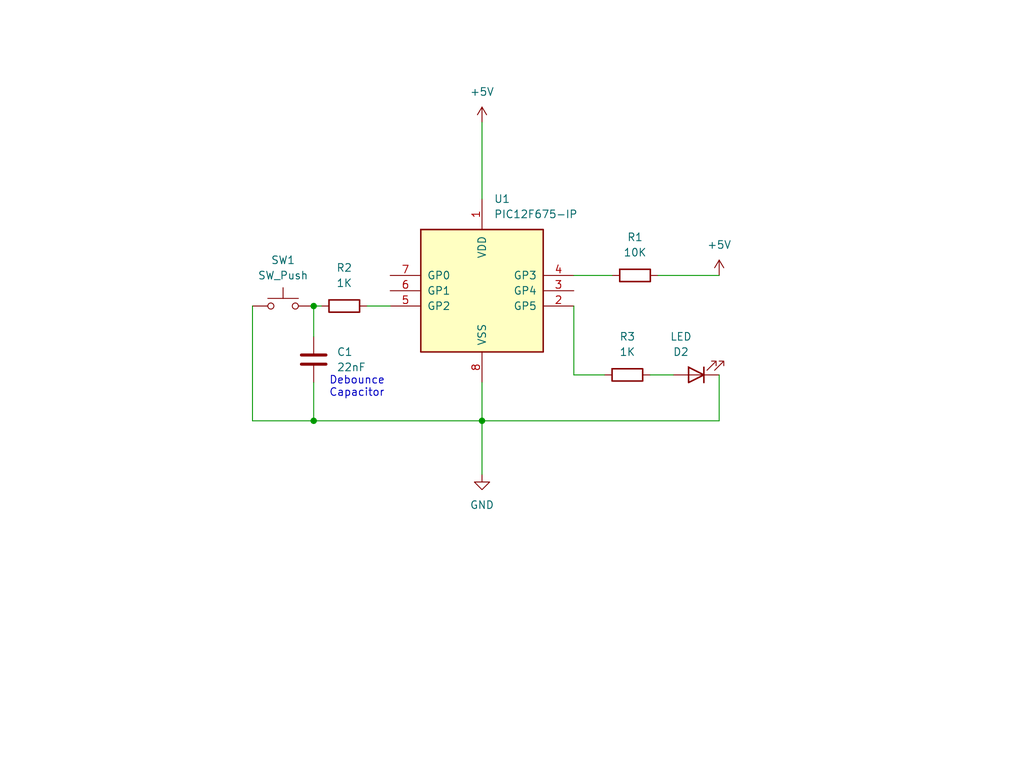
<source format=kicad_sch>
(kicad_sch (version 20230121) (generator eeschema)
  (paper "User" 170.002 129.997)
  (title_block (title "PIC12F675 for Beginners - 1") (company "Ricardo Lima Caratti") (comment 1 "A minimalist project with PIC12F675 push button and interrupt setup. "))
  (lib_symbols
    (symbol "Device:C" (pin_numbers hide) (pin_names (offset 0.254))
      (property "Reference" "C" (at 0.635 2.54 0))
      (property "Value" "C" (at 0.635 -2.54 0))
      (symbol "C_0_1"
        (polyline (pts (xy -2.032 -0.762) (xy 2.032 -0.762)) (stroke (width 0.508)))
        (polyline (pts (xy -2.032 0.762) (xy 2.032 0.762)) (stroke (width 0.508)))
      )
      (symbol "C_1_1"
        (pin passive line (at 0 3.81 270) (length 2.794) (name "~") (number "1"))
        (pin passive line (at 0 -3.81 90) (length 2.794) (name "~") (number "2"))
      )
    )
    (symbol "Device:LED" (pin_numbers hide) (pin_names (offset 1.016) hide)
      (property "Reference" "D" (at 0 2.54 0))
      (property "Value" "LED" (at 0 -2.54 0))
      (symbol "LED_0_1"
        (polyline (pts (xy -1.27 -1.27) (xy -1.27 1.27)) (stroke (width 0.254)))
        (polyline (pts (xy -1.27 0) (xy 1.27 0)))
        (polyline (pts (xy 1.27 -1.27) (xy 1.27 1.27) (xy -1.27 0) (xy 1.27 -1.27)) (stroke (width 0.254)))
        (polyline (pts (xy -3.048 -0.762) (xy -4.572 -2.286) (xy -3.81 -2.286) (xy -4.572 -2.286) (xy -4.572 -1.524)))
        (polyline (pts (xy -1.778 -0.762) (xy -3.302 -2.286) (xy -2.54 -2.286) (xy -3.302 -2.286) (xy -3.302 -1.524)))
      )
      (symbol "LED_1_1"
        (pin passive line (at -3.81 0 0) (length 2.54) (name "K") (number "1"))
        (pin passive line (at 3.81 0 180) (length 2.54) (name "A") (number "2"))
      )
    )
    (symbol "Device:R" (pin_numbers hide) (pin_names (offset 0))
      (property "Reference" "R" (at 2.032 0 90))
      (property "Value" "R" (at 0 0 90))
      (symbol "R_0_1"
        (rectangle (start -1.016 -2.54) (end 1.016 2.54) (stroke (width 0.254)))
      )
      (symbol "R_1_1"
        (pin passive line (at 0 3.81 270) (length 1.27) (name "~") (number "1"))
        (pin passive line (at 0 -3.81 90) (length 1.27) (name "~") (number "2"))
      )
    )
    (symbol "MCU_Microchip_PIC12:PIC12F675-IP" (pin_names (offset 1.016))
      (property "Reference" "U" (at 1.27 13.97 0))
      (property "Value" "PIC12F675-IP" (at 1.27 11.43 0))
      (symbol "PIC12F675-IP_0_1"
        (rectangle (start 10.16 -10.16) (end -10.16 10.16) (stroke (width 0.254)) (fill (type background)))
      )
      (symbol "PIC12F675-IP_1_1"
        (pin power_in line (at 0 15.24 270) (length 5.08) (name "VDD") (number "1"))
        (pin bidirectional line (at 15.24 -2.54 180) (length 5.08) (name "GP5") (number "2"))
        (pin bidirectional line (at 15.24 0 180) (length 5.08) (name "GP4") (number "3"))
        (pin input line (at 15.24 2.54 180) (length 5.08) (name "GP3") (number "4"))
        (pin bidirectional line (at -15.24 -2.54 0) (length 5.08) (name "GP2") (number "5"))
        (pin bidirectional line (at -15.24 0 0) (length 5.08) (name "GP1") (number "6"))
        (pin bidirectional line (at -15.24 2.54 0) (length 5.08) (name "GP0") (number "7"))
        (pin power_in line (at 0 -15.24 90) (length 5.08) (name "VSS") (number "8"))
      )
    )
    (symbol "Switch:SW_Push" (pin_numbers hide) (pin_names (offset 1.016) hide)
      (property "Reference" "SW" (at 1.27 2.54 0))
      (property "Value" "SW_Push" (at 0 -1.524 0))
      (symbol "SW_Push_0_1"
        (circle (center -2.032 0) (radius 0.508))
        (polyline (pts (xy 0 1.27) (xy 0 3.048)))
        (polyline (pts (xy 2.54 1.27) (xy -2.54 1.27)))
        (circle (center 2.032 0) (radius 0.508))
        (pin passive line (at -5.08 0 0) (length 2.54) (name "1") (number "1"))
        (pin passive line (at 5.08 0 180) (length 2.54) (name "2") (number "2"))
      )
    )
    (symbol "power:+5V" (power) (pin_names (offset 0))
      (property "Value" "+5V" (at 0 3.556 0))
      (symbol "+5V_0_1"
        (polyline (pts (xy -0.762 1.27) (xy 0 2.54)))
        (polyline (pts (xy 0 0) (xy 0 2.54)))
        (polyline (pts (xy 0 2.54) (xy 0.762 1.27)))
      )
      (symbol "+5V_1_1"
        (pin power_in line (at 0 0 90) (length 0) hide (name "+5V") (number "1"))
      )
    )
    (symbol "power:GND" (power) (pin_names (offset 0))
      (property "Value" "GND" (at 0 -3.81 0))
      (symbol "GND_0_1"
        (polyline (pts (xy 0 0) (xy 0 -1.27) (xy 1.27 -1.27) (xy 0 -2.54) (xy -1.27 -1.27) (xy 0 -1.27)))
      )
      (symbol "GND_1_1"
        (pin power_in line (at 0 0 270) (length 0) hide (name "GND") (number "1"))
      )
    )
  )
  (junction (at 80.01 69.85))
  (junction (at 52.07 69.85))
  (junction (at 52.07 50.8))
  (wire (pts (xy 52.07 50.8) (xy 53.34 50.8)))
  (wire (pts (xy 41.91 50.8) (xy 41.91 69.85)))
  (wire (pts (xy 52.07 63.5) (xy 52.07 69.85)))
  (wire (pts (xy 119.38 62.23) (xy 119.38 69.85)))
  (wire (pts (xy 52.07 50.8) (xy 52.07 55.88)))
  (wire (pts (xy 60.96 50.8) (xy 64.77 50.8)))
  (wire (pts (xy 95.25 50.8) (xy 95.25 62.23)))
  (wire (pts (xy 95.25 45.72) (xy 101.6 45.72)))
  (wire (pts (xy 80.01 69.85) (xy 80.01 78.74)))
  (wire (pts (xy 41.91 69.85) (xy 52.07 69.85)))
  (wire (pts (xy 119.38 69.85) (xy 80.01 69.85)))
  (wire (pts (xy 80.01 63.5) (xy 80.01 69.85)))
  (wire (pts (xy 95.25 62.23) (xy 100.33 62.23)))
  (wire (pts (xy 109.22 45.72) (xy 119.38 45.72)))
  (wire (pts (xy 107.95 62.23) (xy 111.76 62.23)))
  (wire (pts (xy 80.01 20.32) (xy 80.01 33.02)))
  (wire (pts (xy 52.07 69.85) (xy 80.01 69.85)))
  (text "Debounce\nCapacitor" (at 54.61 66.04 0) (effects (font (size 1.27 1.27)) (justify left bottom)))
  (symbol (lib_id "power:+5V") (at 80.01 20.32 0) (unit 1)
    (property "Reference" "#PWR01" (effects hide))
    (property "Value" "+5V" (at 80.01 15.24 0))
  )
  (symbol (lib_id "Device:R") (at 104.14 62.23 90) (unit 1)
    (property "Reference" "R3" (at 104.14 55.88 90))
    (property "Value" "1K" (at 104.14 58.42 90))
  )
  (symbol (lib_id "Switch:SW_Push") (at 46.99 50.8 0) (unit 1)
    (property "Reference" "SW1" (at 46.99 43.18 0))
    (property "Value" "SW_Push" (at 46.99 45.72 0))
  )
  (symbol (lib_id "MCU_Microchip_PIC12:PIC12F675-IP") (at 80.01 48.26 0) (unit 1)
    (property "Reference" "U1" (at 81.9659 33.02 0) (effects (justify left)))
    (property "Value" "PIC12F675-IP" (at 81.9659 35.56 0) (effects (justify left)))
    (property "Footprint" "Package_DIP:DIP-8_W7.62mm" (effects hide))
    (property "Datasheet" "http://ww1.microchip.com/downloads/en/DeviceDoc/41190G.pdf" (effects hide))
  )
  (symbol (lib_id "Device:R") (at 105.41 45.72 90) (unit 1)
    (property "Reference" "R1" (at 105.41 39.37 90))
    (property "Value" "10K" (at 105.41 41.91 90))
  )
  (symbol (lib_id "power:+5V") (at 119.38 45.72 0) (unit 1)
    (property "Reference" "#PWR04" (effects hide))
    (property "Value" "+5V" (at 119.38 40.64 0))
  )
  (symbol (lib_id "Device:R") (at 57.15 50.8 90) (unit 1)
    (property "Reference" "R2" (at 57.15 44.45 90))
    (property "Value" "1K" (at 57.15 46.99 90))
  )
  (symbol (lib_id "power:GND") (at 80.01 78.74 0) (unit 1)
    (property "Reference" "#PWR02" (effects hide))
    (property "Value" "GND" (at 80.01 83.82 0))
  )
  (symbol (lib_id "Device:C") (at 52.07 59.69 0) (unit 1)
    (property "Reference" "C1" (at 55.88 58.42 0) (effects (justify left)))
    (property "Value" "22nF" (at 55.88 60.96 0) (effects (justify left)))
  )
  (symbol (lib_id "Device:LED") (at 115.57 62.23 180) (unit 1)
    (property "Reference" "D2" (at 113.03 58.42 0))
    (property "Value" "LED" (at 113.03 55.88 0))
  )
)
</source>
